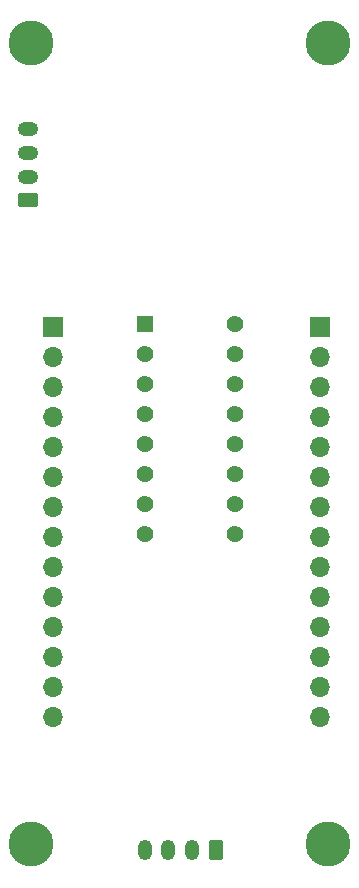
<source format=gbr>
%TF.GenerationSoftware,KiCad,Pcbnew,7.0.2-0*%
%TF.CreationDate,2023-12-19T13:36:21-05:00*%
%TF.ProjectId,Turbidity_v11,54757262-6964-4697-9479-5f7631312e6b,11*%
%TF.SameCoordinates,Original*%
%TF.FileFunction,Soldermask,Bot*%
%TF.FilePolarity,Negative*%
%FSLAX46Y46*%
G04 Gerber Fmt 4.6, Leading zero omitted, Abs format (unit mm)*
G04 Created by KiCad (PCBNEW 7.0.2-0) date 2023-12-19 13:36:21*
%MOMM*%
%LPD*%
G01*
G04 APERTURE LIST*
G04 Aperture macros list*
%AMRoundRect*
0 Rectangle with rounded corners*
0 $1 Rounding radius*
0 $2 $3 $4 $5 $6 $7 $8 $9 X,Y pos of 4 corners*
0 Add a 4 corners polygon primitive as box body*
4,1,4,$2,$3,$4,$5,$6,$7,$8,$9,$2,$3,0*
0 Add four circle primitives for the rounded corners*
1,1,$1+$1,$2,$3*
1,1,$1+$1,$4,$5*
1,1,$1+$1,$6,$7*
1,1,$1+$1,$8,$9*
0 Add four rect primitives between the rounded corners*
20,1,$1+$1,$2,$3,$4,$5,0*
20,1,$1+$1,$4,$5,$6,$7,0*
20,1,$1+$1,$6,$7,$8,$9,0*
20,1,$1+$1,$8,$9,$2,$3,0*%
G04 Aperture macros list end*
%ADD10C,3.800000*%
%ADD11R,1.425000X1.425000*%
%ADD12C,1.425000*%
%ADD13R,1.700000X1.700000*%
%ADD14O,1.700000X1.700000*%
%ADD15RoundRect,0.250000X0.625000X-0.350000X0.625000X0.350000X-0.625000X0.350000X-0.625000X-0.350000X0*%
%ADD16O,1.750000X1.200000*%
%ADD17RoundRect,0.250000X0.350000X0.625000X-0.350000X0.625000X-0.350000X-0.625000X0.350000X-0.625000X0*%
%ADD18O,1.200000X1.750000*%
G04 APERTURE END LIST*
D10*
%TO.C,REF\u002A\u002A*%
X135001000Y-127889000D03*
%TD*%
D11*
%TO.C,IC1*%
X144653000Y-83820000D03*
D12*
X144653000Y-86360000D03*
X144653000Y-88900000D03*
X144653000Y-91440000D03*
X144653000Y-93980000D03*
X144653000Y-96520000D03*
X144653000Y-99060000D03*
X144653000Y-101600000D03*
X152273000Y-101600000D03*
X152273000Y-99060000D03*
X152273000Y-96520000D03*
X152273000Y-93980000D03*
X152273000Y-91440000D03*
X152273000Y-88900000D03*
X152273000Y-86360000D03*
X152273000Y-83820000D03*
%TD*%
D13*
%TO.C,J4*%
X159512000Y-84074000D03*
D14*
X159512000Y-86614000D03*
X159512000Y-89154000D03*
X159512000Y-91694000D03*
X159512000Y-94234000D03*
X159512000Y-96774000D03*
X159512000Y-99314000D03*
X159512000Y-101854000D03*
X159512000Y-104394000D03*
X159512000Y-106934000D03*
X159512000Y-109474000D03*
X159512000Y-112014000D03*
X159512000Y-114554000D03*
X159512000Y-117094000D03*
%TD*%
D10*
%TO.C,REF\u002A\u002A*%
X160147000Y-60071000D03*
%TD*%
D15*
%TO.C,J3*%
X134710000Y-73358000D03*
D16*
X134710000Y-71358000D03*
X134710000Y-69358000D03*
X134710000Y-67358000D03*
%TD*%
D10*
%TO.C,REF\u002A\u002A*%
X135001000Y-60071000D03*
%TD*%
D17*
%TO.C,J2*%
X150624800Y-128332400D03*
D18*
X148624800Y-128332400D03*
X146624800Y-128332400D03*
X144624800Y-128332400D03*
%TD*%
D13*
%TO.C,J5*%
X136906000Y-84074000D03*
D14*
X136906000Y-86614000D03*
X136906000Y-89154000D03*
X136906000Y-91694000D03*
X136906000Y-94234000D03*
X136906000Y-96774000D03*
X136906000Y-99314000D03*
X136906000Y-101854000D03*
X136906000Y-104394000D03*
X136906000Y-106934000D03*
X136906000Y-109474000D03*
X136906000Y-112014000D03*
X136906000Y-114554000D03*
X136906000Y-117094000D03*
%TD*%
D10*
%TO.C,REF\u002A\u002A*%
X160147000Y-127889000D03*
%TD*%
M02*

</source>
